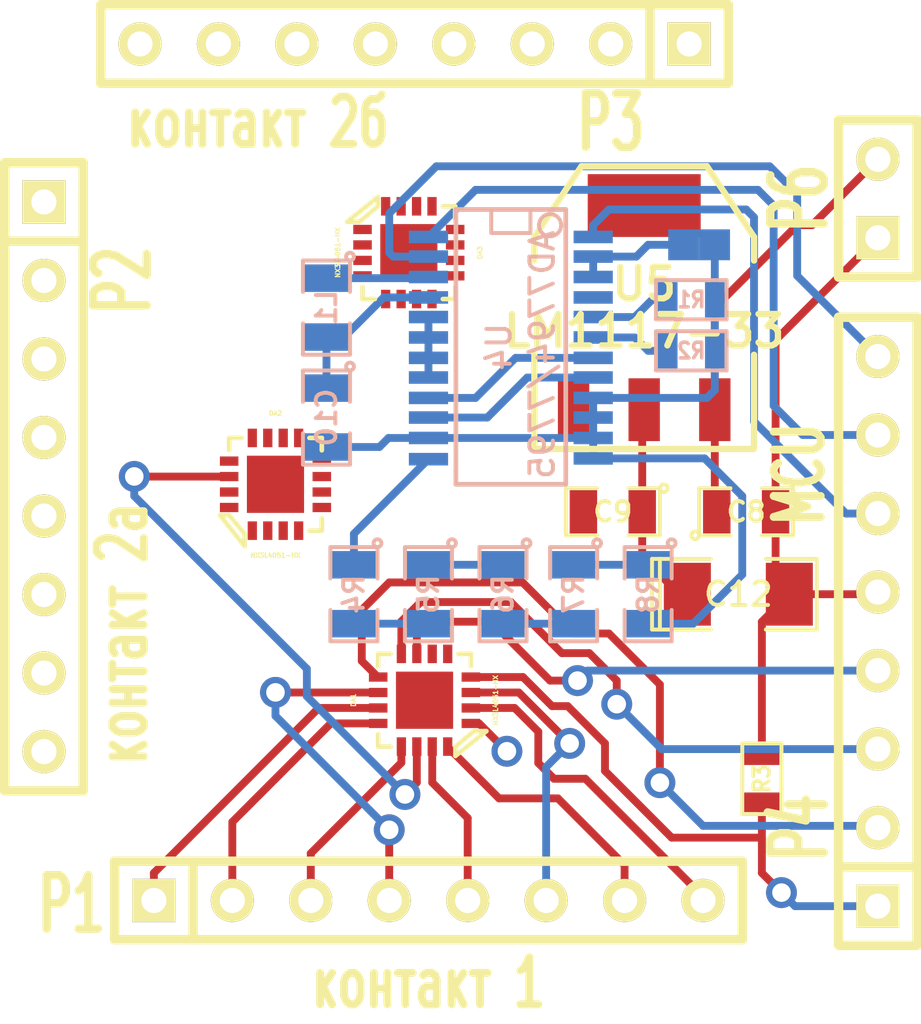
<source format=kicad_pcb>
(kicad_pcb (version 3) (host pcbnew "(2013-feb-26)-stable")

  (general
    (links 88)
    (no_connects 37)
    (area 0 0 0 0)
    (thickness 1.6)
    (drawings 0)
    (tracks 183)
    (zones 0)
    (modules 24)
    (nets 46)
  )

  (page A3)
  (layers
    (15 F.Cu signal)
    (0 B.Cu signal)
    (16 B.Adhes user)
    (17 F.Adhes user)
    (18 B.Paste user)
    (19 F.Paste user)
    (20 B.SilkS user)
    (21 F.SilkS user)
    (22 B.Mask user)
    (23 F.Mask user)
    (24 Dwgs.User user)
    (25 Cmts.User user)
    (26 Eco1.User user)
    (27 Eco2.User user)
    (28 Edge.Cuts user)
  )

  (setup
    (last_trace_width 0.254)
    (trace_clearance 0.1)
    (zone_clearance 0.508)
    (zone_45_only no)
    (trace_min 0.254)
    (segment_width 0.2)
    (edge_width 0.15)
    (via_size 1)
    (via_drill 0.6)
    (via_min_size 0.889)
    (via_min_drill 0.508)
    (uvia_size 0.508)
    (uvia_drill 0.127)
    (uvias_allowed no)
    (uvia_min_size 0.508)
    (uvia_min_drill 0.127)
    (pcb_text_width 0.3)
    (pcb_text_size 1 1)
    (mod_edge_width 0.15)
    (mod_text_size 1 1)
    (mod_text_width 0.15)
    (pad_size 1 1)
    (pad_drill 0)
    (pad_to_mask_clearance 0)
    (aux_axis_origin 0 0)
    (visible_elements FFFFFFBF)
    (pcbplotparams
      (layerselection 3178497)
      (usegerberextensions true)
      (excludeedgelayer true)
      (linewidth 152400)
      (plotframeref false)
      (viasonmask false)
      (mode 1)
      (useauxorigin false)
      (hpglpennumber 1)
      (hpglpenspeed 20)
      (hpglpendiameter 15)
      (hpglpenoverlay 2)
      (psnegative false)
      (psa4output false)
      (plotreference true)
      (plotvalue true)
      (plotothertext true)
      (plotinvisibletext false)
      (padsonsilk false)
      (subtractmaskfromsilk false)
      (outputformat 1)
      (mirror false)
      (drillshape 1)
      (scaleselection 1)
      (outputdirectory ""))
  )

  (net 0 "")
  (net 1 +3.3V)
  (net 2 /A0)
  (net 3 /A1)
  (net 4 /A2)
  (net 5 /EN)
  (net 6 /SC)
  (net 7 /SDI)
  (net 8 /SDO)
  (net 9 AGND)
  (net 10 DVDD)
  (net 11 GND)
  (net 12 N-000001)
  (net 13 N-0000010)
  (net 14 N-0000011)
  (net 15 N-0000012)
  (net 16 N-0000013)
  (net 17 N-0000014)
  (net 18 N-0000015)
  (net 19 N-0000016)
  (net 20 N-0000017)
  (net 21 N-0000018)
  (net 22 N-0000019)
  (net 23 N-000002)
  (net 24 N-0000020)
  (net 25 N-0000021)
  (net 26 N-0000022)
  (net 27 N-0000024)
  (net 28 N-0000025)
  (net 29 N-0000026)
  (net 30 N-0000027)
  (net 31 N-0000028)
  (net 32 N-0000029)
  (net 33 N-0000030)
  (net 34 N-0000031)
  (net 35 N-0000038)
  (net 36 N-000004)
  (net 37 N-0000040)
  (net 38 N-0000043)
  (net 39 N-0000044)
  (net 40 N-000005)
  (net 41 N-000006)
  (net 42 N-000007)
  (net 43 N-000008)
  (net 44 N-000009)
  (net 45 VDD)

  (net_class Default "This is the default net class."
    (clearance 0.1)
    (trace_width 0.254)
    (via_dia 1)
    (via_drill 0.6)
    (uvia_dia 0.508)
    (uvia_drill 0.127)
    (add_net "")
    (add_net +3.3V)
    (add_net /A0)
    (add_net /A1)
    (add_net /A2)
    (add_net /EN)
    (add_net /SC)
    (add_net /SDI)
    (add_net /SDO)
    (add_net AGND)
    (add_net DVDD)
    (add_net GND)
    (add_net N-000001)
    (add_net N-0000010)
    (add_net N-0000011)
    (add_net N-0000012)
    (add_net N-0000013)
    (add_net N-0000014)
    (add_net N-0000015)
    (add_net N-0000016)
    (add_net N-0000017)
    (add_net N-0000018)
    (add_net N-0000019)
    (add_net N-000002)
    (add_net N-0000020)
    (add_net N-0000021)
    (add_net N-0000022)
    (add_net N-0000024)
    (add_net N-0000025)
    (add_net N-0000026)
    (add_net N-0000027)
    (add_net N-0000028)
    (add_net N-0000029)
    (add_net N-0000030)
    (add_net N-0000031)
    (add_net N-0000038)
    (add_net N-000004)
    (add_net N-0000040)
    (add_net N-0000043)
    (add_net N-0000044)
    (add_net N-000005)
    (add_net N-000006)
    (add_net N-000007)
    (add_net N-000008)
    (add_net N-000009)
    (add_net VDD)
  )

  (module SSOP24 (layer B.Cu) (tedit 549ED184) (tstamp 547C002E)
    (at 47.117 42.799 270)
    (descr "SSOP 24 pins")
    (tags "CMS SSOP SMD")
    (path /524D62C1)
    (attr smd)
    (fp_text reference U4 (at 0 0.381 270) (layer B.SilkS)
      (effects (font (size 0.762 0.762) (thickness 0.127)) (justify mirror))
    )
    (fp_text value AD7794/7795 (at 0.254 -1.016 270) (layer B.SilkS)
      (effects (font (size 0.762 0.762) (thickness 0.127)) (justify mirror))
    )
    (fp_line (start -4.445 1.778) (end 4.445 1.778) (layer B.SilkS) (width 0.1524))
    (fp_line (start 4.445 1.778) (end 4.445 -1.778) (layer B.SilkS) (width 0.1524))
    (fp_line (start 4.445 -1.778) (end -4.445 -1.778) (layer B.SilkS) (width 0.1524))
    (fp_line (start -4.445 -1.778) (end -4.445 1.778) (layer B.SilkS) (width 0.1524))
    (fp_circle (center -3.937 -1.27) (end -4.191 -1.016) (layer B.SilkS) (width 0.127))
    (fp_line (start -4.445 0.635) (end -3.683 0.635) (layer B.SilkS) (width 0.127))
    (fp_line (start -3.683 0.635) (end -3.683 -0.635) (layer B.SilkS) (width 0.127))
    (fp_line (start -3.683 -0.635) (end -4.445 -0.635) (layer B.SilkS) (width 0.127))
    (pad 1 smd rect (at -3.556 -2.667 270) (size 0.4064 1.27)
      (layers B.Cu B.Paste B.Mask)
      (net 6 /SC)
    )
    (pad 2 smd rect (at -2.921 -2.667 270) (size 0.4064 1.27)
      (layers B.Cu B.Paste B.Mask)
      (net 11 GND)
    )
    (pad 3 smd rect (at -2.2606 -2.667 270) (size 0.4064 1.27)
      (layers B.Cu B.Paste B.Mask)
      (net 11 GND)
    )
    (pad 4 smd rect (at -1.6002 -2.667 270) (size 0.4064 1.27)
      (layers B.Cu B.Paste B.Mask)
    )
    (pad 5 smd rect (at -0.9652 -2.667 270) (size 0.4064 1.27)
      (layers B.Cu B.Paste B.Mask)
      (net 39 N-0000044)
    )
    (pad 6 smd rect (at -0.3048 -2.667 270) (size 0.4064 1.27)
      (layers B.Cu B.Paste B.Mask)
      (net 38 N-0000043)
    )
    (pad 7 smd rect (at 0.3556 -2.667 270) (size 0.4064 1.27)
      (layers B.Cu B.Paste B.Mask)
      (net 12 N-000001)
    )
    (pad 8 smd rect (at 0.9906 -2.667 270) (size 0.4064 1.27)
      (layers B.Cu B.Paste B.Mask)
      (net 37 N-0000040)
    )
    (pad 9 smd rect (at 1.651 -2.667 270) (size 0.4064 1.27)
      (layers B.Cu B.Paste B.Mask)
      (net 9 AGND)
    )
    (pad 10 smd rect (at 2.286 -2.667 270) (size 0.4064 1.27)
      (layers B.Cu B.Paste B.Mask)
      (net 9 AGND)
    )
    (pad 11 smd rect (at 2.9464 -2.667 270) (size 0.4064 1.27)
      (layers B.Cu B.Paste B.Mask)
      (net 9 AGND)
    )
    (pad 12 smd rect (at 3.6068 -2.667 270) (size 0.4064 1.27)
      (layers B.Cu B.Paste B.Mask)
      (net 9 AGND)
    )
    (pad 13 smd rect (at 3.6322 2.667 270) (size 0.4064 1.27)
      (layers B.Cu B.Paste B.Mask)
      (net 35 N-0000038)
    )
    (pad 14 smd rect (at 2.9464 2.667 270) (size 0.4064 1.27)
      (layers B.Cu B.Paste B.Mask)
      (net 9 AGND)
    )
    (pad 15 smd rect (at 2.286 2.667 270) (size 0.4064 1.27)
      (layers B.Cu B.Paste B.Mask)
      (net 37 N-0000040)
    )
    (pad 16 smd rect (at 1.651 2.667 270) (size 0.4064 1.27)
      (layers B.Cu B.Paste B.Mask)
      (net 12 N-000001)
    )
    (pad 17 smd rect (at 0.9906 2.667 270) (size 0.4064 1.27)
      (layers B.Cu B.Paste B.Mask)
      (net 9 AGND)
    )
    (pad 18 smd rect (at 0.3556 2.667 270) (size 0.4064 1.27)
      (layers B.Cu B.Paste B.Mask)
      (net 9 AGND)
    )
    (pad 19 smd rect (at -0.3048 2.667 270) (size 0.4064 1.27)
      (layers B.Cu B.Paste B.Mask)
      (net 9 AGND)
    )
    (pad 20 smd rect (at -0.9652 2.667 270) (size 0.4064 1.27)
      (layers B.Cu B.Paste B.Mask)
      (net 9 AGND)
    )
    (pad 21 smd rect (at -1.6002 2.667 270) (size 0.4064 1.27)
      (layers B.Cu B.Paste B.Mask)
      (net 1 +3.3V)
    )
    (pad 22 smd rect (at -2.2606 2.667 270) (size 0.4064 1.27)
      (layers B.Cu B.Paste B.Mask)
      (net 45 VDD)
    )
    (pad 23 smd rect (at -2.921 2.667 270) (size 0.4064 1.27)
      (layers B.Cu B.Paste B.Mask)
      (net 7 /SDI)
    )
    (pad 24 smd rect (at -3.556 2.667 270) (size 0.4064 1.27)
      (layers B.Cu B.Paste B.Mask)
      (net 8 /SDO)
    )
    (model smd/cms_soj24.wrl
      (at (xyz 0 0 0))
      (scale (xyz 0.256 0.35 0.25))
      (rotate (xyz 0 0 0))
    )
  )

  (module SOT223 (layer F.Cu) (tedit 200000) (tstamp 547C003E)
    (at 51.435 41.529)
    (descr "module CMS SOT223 4 pins")
    (tags "CMS SOT")
    (path /535787B7)
    (attr smd)
    (fp_text reference U5 (at 0 -0.762) (layer F.SilkS)
      (effects (font (size 1.016 1.016) (thickness 0.2032)))
    )
    (fp_text value LM1117-33 (at 0 0.762) (layer F.SilkS)
      (effects (font (size 1.016 1.016) (thickness 0.2032)))
    )
    (fp_line (start -3.556 1.524) (end -3.556 4.572) (layer F.SilkS) (width 0.2032))
    (fp_line (start -3.556 4.572) (end 3.556 4.572) (layer F.SilkS) (width 0.2032))
    (fp_line (start 3.556 4.572) (end 3.556 1.524) (layer F.SilkS) (width 0.2032))
    (fp_line (start -3.556 -1.524) (end -3.556 -2.286) (layer F.SilkS) (width 0.2032))
    (fp_line (start -3.556 -2.286) (end -2.032 -4.572) (layer F.SilkS) (width 0.2032))
    (fp_line (start -2.032 -4.572) (end 2.032 -4.572) (layer F.SilkS) (width 0.2032))
    (fp_line (start 2.032 -4.572) (end 3.556 -2.286) (layer F.SilkS) (width 0.2032))
    (fp_line (start 3.556 -2.286) (end 3.556 -1.524) (layer F.SilkS) (width 0.2032))
    (pad 4 smd rect (at 0 -3.302) (size 3.6576 2.032)
      (layers F.Cu F.Paste F.Mask)
    )
    (pad 2 smd rect (at 0 3.302) (size 1.016 2.032)
      (layers F.Cu F.Paste F.Mask)
      (net 45 VDD)
    )
    (pad 3 smd rect (at 2.286 3.302) (size 1.016 2.032)
      (layers F.Cu F.Paste F.Mask)
      (net 10 DVDD)
    )
    (pad 1 smd rect (at -2.286 3.302) (size 1.016 2.032)
      (layers F.Cu F.Paste F.Mask)
      (net 11 GND)
    )
    (model smd/SOT223.wrl
      (at (xyz 0 0 0))
      (scale (xyz 0.4 0.4 0.4))
      (rotate (xyz 0 0 0))
    )
  )

  (module SM1206POL (layer F.Cu) (tedit 42806E4C) (tstamp 547C004D)
    (at 54.483 50.8)
    (path /5357750C)
    (attr smd)
    (fp_text reference C12 (at 0 0) (layer F.SilkS)
      (effects (font (size 0.762 0.762) (thickness 0.127)))
    )
    (fp_text value 47u (at 0 0) (layer F.SilkS) hide
      (effects (font (size 0.762 0.762) (thickness 0.127)))
    )
    (fp_line (start -2.54 -1.143) (end -2.794 -1.143) (layer F.SilkS) (width 0.127))
    (fp_line (start -2.794 -1.143) (end -2.794 1.143) (layer F.SilkS) (width 0.127))
    (fp_line (start -2.794 1.143) (end -2.54 1.143) (layer F.SilkS) (width 0.127))
    (fp_line (start -2.54 -1.143) (end -2.54 1.143) (layer F.SilkS) (width 0.127))
    (fp_line (start -2.54 1.143) (end -0.889 1.143) (layer F.SilkS) (width 0.127))
    (fp_line (start 0.889 -1.143) (end 2.54 -1.143) (layer F.SilkS) (width 0.127))
    (fp_line (start 2.54 -1.143) (end 2.54 1.143) (layer F.SilkS) (width 0.127))
    (fp_line (start 2.54 1.143) (end 0.889 1.143) (layer F.SilkS) (width 0.127))
    (fp_line (start -0.889 -1.143) (end -2.54 -1.143) (layer F.SilkS) (width 0.127))
    (pad 1 smd rect (at -1.651 0) (size 1.524 2.032)
      (layers F.Cu F.Paste F.Mask)
      (net 45 VDD)
    )
    (pad 2 smd rect (at 1.651 0) (size 1.524 2.032)
      (layers F.Cu F.Paste F.Mask)
      (net 11 GND)
    )
    (model smd/chip_cms_pol.wrl
      (at (xyz 0 0 0))
      (scale (xyz 0.17 0.16 0.16))
      (rotate (xyz 0 0 0))
    )
  )

  (module SM0805 (layer B.Cu) (tedit 42806E04) (tstamp 547C005A)
    (at 51.562 50.8 270)
    (path /547C0DF0)
    (attr smd)
    (fp_text reference R8 (at 0 0 270) (layer B.SilkS)
      (effects (font (size 0.635 0.635) (thickness 0.127)) (justify mirror))
    )
    (fp_text value "1k 0.1% (RT0805BRB071KL)" (at 0 0 270) (layer B.SilkS) hide
      (effects (font (size 0.635 0.635) (thickness 0.127)) (justify mirror))
    )
    (fp_circle (center -1.651 -0.762) (end -1.651 -0.635) (layer B.SilkS) (width 0.127))
    (fp_line (start -0.508 -0.762) (end -1.524 -0.762) (layer B.SilkS) (width 0.127))
    (fp_line (start -1.524 -0.762) (end -1.524 0.762) (layer B.SilkS) (width 0.127))
    (fp_line (start -1.524 0.762) (end -0.508 0.762) (layer B.SilkS) (width 0.127))
    (fp_line (start 0.508 0.762) (end 1.524 0.762) (layer B.SilkS) (width 0.127))
    (fp_line (start 1.524 0.762) (end 1.524 -0.762) (layer B.SilkS) (width 0.127))
    (fp_line (start 1.524 -0.762) (end 0.508 -0.762) (layer B.SilkS) (width 0.127))
    (pad 1 smd rect (at -0.9525 0 270) (size 0.889 1.397)
      (layers B.Cu B.Paste B.Mask)
      (net 34 N-0000031)
    )
    (pad 2 smd rect (at 0.9525 0 270) (size 0.889 1.397)
      (layers B.Cu B.Paste B.Mask)
      (net 9 AGND)
    )
    (model smd/chip_cms.wrl
      (at (xyz 0 0 0))
      (scale (xyz 0.1 0.1 0.1))
      (rotate (xyz 0 0 0))
    )
  )

  (module SM0805 (layer B.Cu) (tedit 42806E04) (tstamp 547C0067)
    (at 49.149 50.8 270)
    (path /547C0DEA)
    (attr smd)
    (fp_text reference R7 (at 0 0 270) (layer B.SilkS)
      (effects (font (size 0.635 0.635) (thickness 0.127)) (justify mirror))
    )
    (fp_text value "1k 0.1% (RT0805BRB071KL)" (at 0 0 270) (layer B.SilkS) hide
      (effects (font (size 0.635 0.635) (thickness 0.127)) (justify mirror))
    )
    (fp_circle (center -1.651 -0.762) (end -1.651 -0.635) (layer B.SilkS) (width 0.127))
    (fp_line (start -0.508 -0.762) (end -1.524 -0.762) (layer B.SilkS) (width 0.127))
    (fp_line (start -1.524 -0.762) (end -1.524 0.762) (layer B.SilkS) (width 0.127))
    (fp_line (start -1.524 0.762) (end -0.508 0.762) (layer B.SilkS) (width 0.127))
    (fp_line (start 0.508 0.762) (end 1.524 0.762) (layer B.SilkS) (width 0.127))
    (fp_line (start 1.524 0.762) (end 1.524 -0.762) (layer B.SilkS) (width 0.127))
    (fp_line (start 1.524 -0.762) (end 0.508 -0.762) (layer B.SilkS) (width 0.127))
    (pad 1 smd rect (at -0.9525 0 270) (size 0.889 1.397)
      (layers B.Cu B.Paste B.Mask)
      (net 34 N-0000031)
    )
    (pad 2 smd rect (at 0.9525 0 270) (size 0.889 1.397)
      (layers B.Cu B.Paste B.Mask)
      (net 32 N-0000029)
    )
    (model smd/chip_cms.wrl
      (at (xyz 0 0 0))
      (scale (xyz 0.1 0.1 0.1))
      (rotate (xyz 0 0 0))
    )
  )

  (module SM0805 (layer B.Cu) (tedit 42806E04) (tstamp 547C0074)
    (at 46.863 50.8 270)
    (path /547C0DE4)
    (attr smd)
    (fp_text reference R6 (at 0 0 270) (layer B.SilkS)
      (effects (font (size 0.635 0.635) (thickness 0.127)) (justify mirror))
    )
    (fp_text value "1k 0.1% (RT0805BRB071KL)" (at 0 0 270) (layer B.SilkS) hide
      (effects (font (size 0.635 0.635) (thickness 0.127)) (justify mirror))
    )
    (fp_circle (center -1.651 -0.762) (end -1.651 -0.635) (layer B.SilkS) (width 0.127))
    (fp_line (start -0.508 -0.762) (end -1.524 -0.762) (layer B.SilkS) (width 0.127))
    (fp_line (start -1.524 -0.762) (end -1.524 0.762) (layer B.SilkS) (width 0.127))
    (fp_line (start -1.524 0.762) (end -0.508 0.762) (layer B.SilkS) (width 0.127))
    (fp_line (start 0.508 0.762) (end 1.524 0.762) (layer B.SilkS) (width 0.127))
    (fp_line (start 1.524 0.762) (end 1.524 -0.762) (layer B.SilkS) (width 0.127))
    (fp_line (start 1.524 -0.762) (end 0.508 -0.762) (layer B.SilkS) (width 0.127))
    (pad 1 smd rect (at -0.9525 0 270) (size 0.889 1.397)
      (layers B.Cu B.Paste B.Mask)
      (net 33 N-0000030)
    )
    (pad 2 smd rect (at 0.9525 0 270) (size 0.889 1.397)
      (layers B.Cu B.Paste B.Mask)
      (net 32 N-0000029)
    )
    (model smd/chip_cms.wrl
      (at (xyz 0 0 0))
      (scale (xyz 0.1 0.1 0.1))
      (rotate (xyz 0 0 0))
    )
  )

  (module SM0805 (layer B.Cu) (tedit 42806E04) (tstamp 547C0081)
    (at 44.45 50.8 270)
    (path /547C0DD9)
    (attr smd)
    (fp_text reference R5 (at 0 0 270) (layer B.SilkS)
      (effects (font (size 0.635 0.635) (thickness 0.127)) (justify mirror))
    )
    (fp_text value "1k 0.1% (RT0805BRB071KL)" (at 0 0 270) (layer B.SilkS) hide
      (effects (font (size 0.635 0.635) (thickness 0.127)) (justify mirror))
    )
    (fp_circle (center -1.651 -0.762) (end -1.651 -0.635) (layer B.SilkS) (width 0.127))
    (fp_line (start -0.508 -0.762) (end -1.524 -0.762) (layer B.SilkS) (width 0.127))
    (fp_line (start -1.524 -0.762) (end -1.524 0.762) (layer B.SilkS) (width 0.127))
    (fp_line (start -1.524 0.762) (end -0.508 0.762) (layer B.SilkS) (width 0.127))
    (fp_line (start 0.508 0.762) (end 1.524 0.762) (layer B.SilkS) (width 0.127))
    (fp_line (start 1.524 0.762) (end 1.524 -0.762) (layer B.SilkS) (width 0.127))
    (fp_line (start 1.524 -0.762) (end 0.508 -0.762) (layer B.SilkS) (width 0.127))
    (pad 1 smd rect (at -0.9525 0 270) (size 0.889 1.397)
      (layers B.Cu B.Paste B.Mask)
      (net 33 N-0000030)
    )
    (pad 2 smd rect (at 0.9525 0 270) (size 0.889 1.397)
      (layers B.Cu B.Paste B.Mask)
      (net 31 N-0000028)
    )
    (model smd/chip_cms.wrl
      (at (xyz 0 0 0))
      (scale (xyz 0.1 0.1 0.1))
      (rotate (xyz 0 0 0))
    )
  )

  (module SM0805 (layer B.Cu) (tedit 42806E04) (tstamp 547C008E)
    (at 41.148 45.085 270)
    (path /5357821E)
    (attr smd)
    (fp_text reference C10 (at 0 0 270) (layer B.SilkS)
      (effects (font (size 0.635 0.635) (thickness 0.127)) (justify mirror))
    )
    (fp_text value 1u (at 0 0 270) (layer B.SilkS) hide
      (effects (font (size 0.635 0.635) (thickness 0.127)) (justify mirror))
    )
    (fp_circle (center -1.651 -0.762) (end -1.651 -0.635) (layer B.SilkS) (width 0.127))
    (fp_line (start -0.508 -0.762) (end -1.524 -0.762) (layer B.SilkS) (width 0.127))
    (fp_line (start -1.524 -0.762) (end -1.524 0.762) (layer B.SilkS) (width 0.127))
    (fp_line (start -1.524 0.762) (end -0.508 0.762) (layer B.SilkS) (width 0.127))
    (fp_line (start 0.508 0.762) (end 1.524 0.762) (layer B.SilkS) (width 0.127))
    (fp_line (start 1.524 0.762) (end 1.524 -0.762) (layer B.SilkS) (width 0.127))
    (fp_line (start 1.524 -0.762) (end 0.508 -0.762) (layer B.SilkS) (width 0.127))
    (pad 1 smd rect (at -0.9525 0 270) (size 0.889 1.397)
      (layers B.Cu B.Paste B.Mask)
      (net 1 +3.3V)
    )
    (pad 2 smd rect (at 0.9525 0 270) (size 0.889 1.397)
      (layers B.Cu B.Paste B.Mask)
      (net 9 AGND)
    )
    (model smd/chip_cms.wrl
      (at (xyz 0 0 0))
      (scale (xyz 0.1 0.1 0.1))
      (rotate (xyz 0 0 0))
    )
  )

  (module SM0805 (layer F.Cu) (tedit 42806E04) (tstamp 547C009B)
    (at 54.737 48.133)
    (path /53576FC3)
    (attr smd)
    (fp_text reference C8 (at 0 0) (layer F.SilkS)
      (effects (font (size 0.635 0.635) (thickness 0.127)))
    )
    (fp_text value 0.33u (at 0 0) (layer F.SilkS) hide
      (effects (font (size 0.635 0.635) (thickness 0.127)))
    )
    (fp_circle (center -1.651 0.762) (end -1.651 0.635) (layer F.SilkS) (width 0.127))
    (fp_line (start -0.508 0.762) (end -1.524 0.762) (layer F.SilkS) (width 0.127))
    (fp_line (start -1.524 0.762) (end -1.524 -0.762) (layer F.SilkS) (width 0.127))
    (fp_line (start -1.524 -0.762) (end -0.508 -0.762) (layer F.SilkS) (width 0.127))
    (fp_line (start 0.508 -0.762) (end 1.524 -0.762) (layer F.SilkS) (width 0.127))
    (fp_line (start 1.524 -0.762) (end 1.524 0.762) (layer F.SilkS) (width 0.127))
    (fp_line (start 1.524 0.762) (end 0.508 0.762) (layer F.SilkS) (width 0.127))
    (pad 1 smd rect (at -0.9525 0) (size 0.889 1.397)
      (layers F.Cu F.Paste F.Mask)
      (net 10 DVDD)
    )
    (pad 2 smd rect (at 0.9525 0) (size 0.889 1.397)
      (layers F.Cu F.Paste F.Mask)
      (net 11 GND)
    )
    (model smd/chip_cms.wrl
      (at (xyz 0 0 0))
      (scale (xyz 0.1 0.1 0.1))
      (rotate (xyz 0 0 0))
    )
  )

  (module SM0805 (layer F.Cu) (tedit 42806E04) (tstamp 547C00A8)
    (at 50.419 48.133 180)
    (path /53576FB6)
    (attr smd)
    (fp_text reference C9 (at 0 0 180) (layer F.SilkS)
      (effects (font (size 0.635 0.635) (thickness 0.127)))
    )
    (fp_text value 0.1u (at 0 0 180) (layer F.SilkS) hide
      (effects (font (size 0.635 0.635) (thickness 0.127)))
    )
    (fp_circle (center -1.651 0.762) (end -1.651 0.635) (layer F.SilkS) (width 0.127))
    (fp_line (start -0.508 0.762) (end -1.524 0.762) (layer F.SilkS) (width 0.127))
    (fp_line (start -1.524 0.762) (end -1.524 -0.762) (layer F.SilkS) (width 0.127))
    (fp_line (start -1.524 -0.762) (end -0.508 -0.762) (layer F.SilkS) (width 0.127))
    (fp_line (start 0.508 -0.762) (end 1.524 -0.762) (layer F.SilkS) (width 0.127))
    (fp_line (start 1.524 -0.762) (end 1.524 0.762) (layer F.SilkS) (width 0.127))
    (fp_line (start 1.524 0.762) (end 0.508 0.762) (layer F.SilkS) (width 0.127))
    (pad 1 smd rect (at -0.9525 0 180) (size 0.889 1.397)
      (layers F.Cu F.Paste F.Mask)
      (net 45 VDD)
    )
    (pad 2 smd rect (at 0.9525 0 180) (size 0.889 1.397)
      (layers F.Cu F.Paste F.Mask)
      (net 11 GND)
    )
    (model smd/chip_cms.wrl
      (at (xyz 0 0 0))
      (scale (xyz 0.1 0.1 0.1))
      (rotate (xyz 0 0 0))
    )
  )

  (module SM0805 (layer B.Cu) (tedit 42806E04) (tstamp 547C00B5)
    (at 41.148 41.529 270)
    (path /53577523)
    (attr smd)
    (fp_text reference L1 (at 0 0 270) (layer B.SilkS)
      (effects (font (size 0.635 0.635) (thickness 0.127)) (justify mirror))
    )
    (fp_text value BMB2A0300AN1 (at 0 0 270) (layer B.SilkS) hide
      (effects (font (size 0.635 0.635) (thickness 0.127)) (justify mirror))
    )
    (fp_circle (center -1.651 -0.762) (end -1.651 -0.635) (layer B.SilkS) (width 0.127))
    (fp_line (start -0.508 -0.762) (end -1.524 -0.762) (layer B.SilkS) (width 0.127))
    (fp_line (start -1.524 -0.762) (end -1.524 0.762) (layer B.SilkS) (width 0.127))
    (fp_line (start -1.524 0.762) (end -0.508 0.762) (layer B.SilkS) (width 0.127))
    (fp_line (start 0.508 0.762) (end 1.524 0.762) (layer B.SilkS) (width 0.127))
    (fp_line (start 1.524 0.762) (end 1.524 -0.762) (layer B.SilkS) (width 0.127))
    (fp_line (start 1.524 -0.762) (end 0.508 -0.762) (layer B.SilkS) (width 0.127))
    (pad 1 smd rect (at -0.9525 0 270) (size 0.889 1.397)
      (layers B.Cu B.Paste B.Mask)
      (net 45 VDD)
    )
    (pad 2 smd rect (at 0.9525 0 270) (size 0.889 1.397)
      (layers B.Cu B.Paste B.Mask)
      (net 1 +3.3V)
    )
    (model smd/chip_cms.wrl
      (at (xyz 0 0 0))
      (scale (xyz 0.1 0.1 0.1))
      (rotate (xyz 0 0 0))
    )
  )

  (module SM0805 (layer B.Cu) (tedit 42806E04) (tstamp 547C00C2)
    (at 42.037 50.8 270)
    (path /53562118)
    (attr smd)
    (fp_text reference R4 (at 0 0 270) (layer B.SilkS)
      (effects (font (size 0.635 0.635) (thickness 0.127)) (justify mirror))
    )
    (fp_text value "1k 0.1% (RT0805BRB071KL)" (at 0 0 270) (layer B.SilkS) hide
      (effects (font (size 0.635 0.635) (thickness 0.127)) (justify mirror))
    )
    (fp_circle (center -1.651 -0.762) (end -1.651 -0.635) (layer B.SilkS) (width 0.127))
    (fp_line (start -0.508 -0.762) (end -1.524 -0.762) (layer B.SilkS) (width 0.127))
    (fp_line (start -1.524 -0.762) (end -1.524 0.762) (layer B.SilkS) (width 0.127))
    (fp_line (start -1.524 0.762) (end -0.508 0.762) (layer B.SilkS) (width 0.127))
    (fp_line (start 0.508 0.762) (end 1.524 0.762) (layer B.SilkS) (width 0.127))
    (fp_line (start 1.524 0.762) (end 1.524 -0.762) (layer B.SilkS) (width 0.127))
    (fp_line (start 1.524 -0.762) (end 0.508 -0.762) (layer B.SilkS) (width 0.127))
    (pad 1 smd rect (at -0.9525 0 270) (size 0.889 1.397)
      (layers B.Cu B.Paste B.Mask)
      (net 35 N-0000038)
    )
    (pad 2 smd rect (at 0.9525 0 270) (size 0.889 1.397)
      (layers B.Cu B.Paste B.Mask)
      (net 31 N-0000028)
    )
    (model smd/chip_cms.wrl
      (at (xyz 0 0 0))
      (scale (xyz 0.1 0.1 0.1))
      (rotate (xyz 0 0 0))
    )
  )

  (module SM0603 (layer B.Cu) (tedit 4E43A3D1) (tstamp 547C00CC)
    (at 52.959 42.926)
    (path /535793A8)
    (attr smd)
    (fp_text reference R2 (at 0 0) (layer B.SilkS)
      (effects (font (size 0.508 0.4572) (thickness 0.1143)) (justify mirror))
    )
    (fp_text value 10k (at 0 0) (layer B.SilkS) hide
      (effects (font (size 0.508 0.4572) (thickness 0.1143)) (justify mirror))
    )
    (fp_line (start -1.143 0.635) (end 1.143 0.635) (layer B.SilkS) (width 0.127))
    (fp_line (start 1.143 0.635) (end 1.143 -0.635) (layer B.SilkS) (width 0.127))
    (fp_line (start 1.143 -0.635) (end -1.143 -0.635) (layer B.SilkS) (width 0.127))
    (fp_line (start -1.143 -0.635) (end -1.143 0.635) (layer B.SilkS) (width 0.127))
    (pad 1 smd rect (at -0.762 0) (size 0.635 1.143)
      (layers B.Cu B.Paste B.Mask)
      (net 38 N-0000043)
    )
    (pad 2 smd rect (at 0.762 0) (size 0.635 1.143)
      (layers B.Cu B.Paste B.Mask)
      (net 9 AGND)
    )
    (model smd\resistors\R0603.wrl
      (at (xyz 0 0 0.001))
      (scale (xyz 0.5 0.5 0.5))
      (rotate (xyz 0 0 0))
    )
  )

  (module SM0603 (layer F.Cu) (tedit 4E43A3D1) (tstamp 547C00D6)
    (at 55.245 56.769 90)
    (path /5357C8F8)
    (attr smd)
    (fp_text reference R3 (at 0 0 90) (layer F.SilkS)
      (effects (font (size 0.508 0.4572) (thickness 0.1143)))
    )
    (fp_text value 47k (at 0 0 90) (layer F.SilkS) hide
      (effects (font (size 0.508 0.4572) (thickness 0.1143)))
    )
    (fp_line (start -1.143 -0.635) (end 1.143 -0.635) (layer F.SilkS) (width 0.127))
    (fp_line (start 1.143 -0.635) (end 1.143 0.635) (layer F.SilkS) (width 0.127))
    (fp_line (start 1.143 0.635) (end -1.143 0.635) (layer F.SilkS) (width 0.127))
    (fp_line (start -1.143 0.635) (end -1.143 -0.635) (layer F.SilkS) (width 0.127))
    (pad 1 smd rect (at -0.762 0 90) (size 0.635 1.143)
      (layers F.Cu F.Paste F.Mask)
      (net 5 /EN)
    )
    (pad 2 smd rect (at 0.762 0 90) (size 0.635 1.143)
      (layers F.Cu F.Paste F.Mask)
      (net 11 GND)
    )
    (model smd\resistors\R0603.wrl
      (at (xyz 0 0 0.001))
      (scale (xyz 0.5 0.5 0.5))
      (rotate (xyz 0 0 0))
    )
  )

  (module SM0603 (layer B.Cu) (tedit 4E43A3D1) (tstamp 547C00E0)
    (at 52.959 41.275)
    (path /53579396)
    (attr smd)
    (fp_text reference R1 (at 0 0) (layer B.SilkS)
      (effects (font (size 0.508 0.4572) (thickness 0.1143)) (justify mirror))
    )
    (fp_text value 10k (at 0 0) (layer B.SilkS) hide
      (effects (font (size 0.508 0.4572) (thickness 0.1143)) (justify mirror))
    )
    (fp_line (start -1.143 0.635) (end 1.143 0.635) (layer B.SilkS) (width 0.127))
    (fp_line (start 1.143 0.635) (end 1.143 -0.635) (layer B.SilkS) (width 0.127))
    (fp_line (start 1.143 -0.635) (end -1.143 -0.635) (layer B.SilkS) (width 0.127))
    (fp_line (start -1.143 -0.635) (end -1.143 0.635) (layer B.SilkS) (width 0.127))
    (pad 1 smd rect (at -0.762 0) (size 0.635 1.143)
      (layers B.Cu B.Paste B.Mask)
      (net 39 N-0000044)
    )
    (pad 2 smd rect (at 0.762 0) (size 0.635 1.143)
      (layers B.Cu B.Paste B.Mask)
      (net 9 AGND)
    )
    (model smd\resistors\R0603.wrl
      (at (xyz 0 0 0.001))
      (scale (xyz 0.5 0.5 0.5))
      (rotate (xyz 0 0 0))
    )
  )

  (module SIL-8 (layer F.Cu) (tedit 547C0D1A) (tstamp 547C00F1)
    (at 44.45 60.706)
    (descr "Connecteur 8 pins")
    (tags "CONN DEV")
    (path /53579853)
    (fp_text reference P1 (at -11.557 0.127) (layer F.SilkS)
      (effects (font (size 1.72974 1.08712) (thickness 0.3048)))
    )
    (fp_text value "контакт 1" (at 0 2.667) (layer F.SilkS)
      (effects (font (size 1.524 1.016) (thickness 0.3048)))
    )
    (fp_line (start -10.16 -1.27) (end 10.16 -1.27) (layer F.SilkS) (width 0.3048))
    (fp_line (start 10.16 -1.27) (end 10.16 1.27) (layer F.SilkS) (width 0.3048))
    (fp_line (start 10.16 1.27) (end -10.16 1.27) (layer F.SilkS) (width 0.3048))
    (fp_line (start -10.16 1.27) (end -10.16 -1.27) (layer F.SilkS) (width 0.3048))
    (fp_line (start -7.62 1.27) (end -7.62 -1.27) (layer F.SilkS) (width 0.3048))
    (pad 1 thru_hole rect (at -8.89 0) (size 1.397 1.397) (drill 0.8128)
      (layers *.Cu *.Mask F.SilkS)
      (net 27 N-0000024)
    )
    (pad 2 thru_hole circle (at -6.35 0) (size 1.397 1.397) (drill 0.8128)
      (layers *.Cu *.Mask F.SilkS)
      (net 17 N-0000014)
    )
    (pad 3 thru_hole circle (at -3.81 0) (size 1.397 1.397) (drill 0.8128)
      (layers *.Cu *.Mask F.SilkS)
      (net 43 N-000008)
    )
    (pad 4 thru_hole circle (at -1.27 0) (size 1.397 1.397) (drill 0.8128)
      (layers *.Cu *.Mask F.SilkS)
      (net 28 N-0000025)
    )
    (pad 5 thru_hole circle (at 1.27 0) (size 1.397 1.397) (drill 0.8128)
      (layers *.Cu *.Mask F.SilkS)
      (net 42 N-000007)
    )
    (pad 6 thru_hole circle (at 3.81 0) (size 1.397 1.397) (drill 0.8128)
      (layers *.Cu *.Mask F.SilkS)
      (net 29 N-0000026)
    )
    (pad 7 thru_hole circle (at 6.35 0) (size 1.397 1.397) (drill 0.8128)
      (layers *.Cu *.Mask F.SilkS)
      (net 41 N-000006)
    )
    (pad 8 thru_hole circle (at 8.89 0) (size 1.397 1.397) (drill 0.8128)
      (layers *.Cu *.Mask F.SilkS)
      (net 30 N-0000027)
    )
  )

  (module SIL-8 (layer F.Cu) (tedit 200000) (tstamp 547C0102)
    (at 59 52 90)
    (descr "Connecteur 8 pins")
    (tags "CONN DEV")
    (path /5357BA72)
    (fp_text reference P4 (at -6.35 -2.54 90) (layer F.SilkS)
      (effects (font (size 1.72974 1.08712) (thickness 0.3048)))
    )
    (fp_text value MCU (at 5.08 -2.54 90) (layer F.SilkS)
      (effects (font (size 1.524 1.016) (thickness 0.3048)))
    )
    (fp_line (start -10.16 -1.27) (end 10.16 -1.27) (layer F.SilkS) (width 0.3048))
    (fp_line (start 10.16 -1.27) (end 10.16 1.27) (layer F.SilkS) (width 0.3048))
    (fp_line (start 10.16 1.27) (end -10.16 1.27) (layer F.SilkS) (width 0.3048))
    (fp_line (start -10.16 1.27) (end -10.16 -1.27) (layer F.SilkS) (width 0.3048))
    (fp_line (start -7.62 1.27) (end -7.62 -1.27) (layer F.SilkS) (width 0.3048))
    (pad 1 thru_hole rect (at -8.89 0 90) (size 1.397 1.397) (drill 0.8128)
      (layers *.Cu *.Mask F.SilkS)
      (net 5 /EN)
    )
    (pad 2 thru_hole circle (at -6.35 0 90) (size 1.397 1.397) (drill 0.8128)
      (layers *.Cu *.Mask F.SilkS)
      (net 2 /A0)
    )
    (pad 3 thru_hole circle (at -3.81 0 90) (size 1.397 1.397) (drill 0.8128)
      (layers *.Cu *.Mask F.SilkS)
      (net 3 /A1)
    )
    (pad 4 thru_hole circle (at -1.27 0 90) (size 1.397 1.397) (drill 0.8128)
      (layers *.Cu *.Mask F.SilkS)
      (net 4 /A2)
    )
    (pad 5 thru_hole circle (at 1.27 0 90) (size 1.397 1.397) (drill 0.8128)
      (layers *.Cu *.Mask F.SilkS)
      (net 11 GND)
    )
    (pad 6 thru_hole circle (at 3.81 0 90) (size 1.397 1.397) (drill 0.8128)
      (layers *.Cu *.Mask F.SilkS)
      (net 6 /SC)
    )
    (pad 7 thru_hole circle (at 6.35 0 90) (size 1.397 1.397) (drill 0.8128)
      (layers *.Cu *.Mask F.SilkS)
      (net 8 /SDO)
    )
    (pad 8 thru_hole circle (at 8.89 0 90) (size 1.397 1.397) (drill 0.8128)
      (layers *.Cu *.Mask F.SilkS)
      (net 7 /SDI)
    )
  )

  (module SIL-8 (layer F.Cu) (tedit 200000) (tstamp 547C0113)
    (at 32 47 270)
    (descr "Connecteur 8 pins")
    (tags "CONN DEV")
    (path /5475974D)
    (fp_text reference P2 (at -6.35 -2.54 270) (layer F.SilkS)
      (effects (font (size 1.72974 1.08712) (thickness 0.3048)))
    )
    (fp_text value "контакт 2a" (at 5.08 -2.54 270) (layer F.SilkS)
      (effects (font (size 1.524 1.016) (thickness 0.3048)))
    )
    (fp_line (start -10.16 -1.27) (end 10.16 -1.27) (layer F.SilkS) (width 0.3048))
    (fp_line (start 10.16 -1.27) (end 10.16 1.27) (layer F.SilkS) (width 0.3048))
    (fp_line (start 10.16 1.27) (end -10.16 1.27) (layer F.SilkS) (width 0.3048))
    (fp_line (start -10.16 1.27) (end -10.16 -1.27) (layer F.SilkS) (width 0.3048))
    (fp_line (start -7.62 1.27) (end -7.62 -1.27) (layer F.SilkS) (width 0.3048))
    (pad 1 thru_hole rect (at -8.89 0 270) (size 1.397 1.397) (drill 0.8128)
      (layers *.Cu *.Mask F.SilkS)
      (net 15 N-0000012)
    )
    (pad 2 thru_hole circle (at -6.35 0 270) (size 1.397 1.397) (drill 0.8128)
      (layers *.Cu *.Mask F.SilkS)
      (net 14 N-0000011)
    )
    (pad 3 thru_hole circle (at -3.81 0 270) (size 1.397 1.397) (drill 0.8128)
      (layers *.Cu *.Mask F.SilkS)
      (net 13 N-0000010)
    )
    (pad 4 thru_hole circle (at -1.27 0 270) (size 1.397 1.397) (drill 0.8128)
      (layers *.Cu *.Mask F.SilkS)
      (net 16 N-0000013)
    )
    (pad 5 thru_hole circle (at 1.27 0 270) (size 1.397 1.397) (drill 0.8128)
      (layers *.Cu *.Mask F.SilkS)
      (net 25 N-0000021)
    )
    (pad 6 thru_hole circle (at 3.81 0 270) (size 1.397 1.397) (drill 0.8128)
      (layers *.Cu *.Mask F.SilkS)
      (net 44 N-000009)
    )
    (pad 7 thru_hole circle (at 6.35 0 270) (size 1.397 1.397) (drill 0.8128)
      (layers *.Cu *.Mask F.SilkS)
      (net 24 N-0000020)
    )
    (pad 8 thru_hole circle (at 8.89 0 270) (size 1.397 1.397) (drill 0.8128)
      (layers *.Cu *.Mask F.SilkS)
      (net 18 N-0000015)
    )
  )

  (module SIL-8 (layer F.Cu) (tedit 200000) (tstamp 547C0124)
    (at 44 33 180)
    (descr "Connecteur 8 pins")
    (tags "CONN DEV")
    (path /5475975B)
    (fp_text reference P3 (at -6.35 -2.54 180) (layer F.SilkS)
      (effects (font (size 1.72974 1.08712) (thickness 0.3048)))
    )
    (fp_text value "контакт 2б" (at 5.08 -2.54 180) (layer F.SilkS)
      (effects (font (size 1.524 1.016) (thickness 0.3048)))
    )
    (fp_line (start -10.16 -1.27) (end 10.16 -1.27) (layer F.SilkS) (width 0.3048))
    (fp_line (start 10.16 -1.27) (end 10.16 1.27) (layer F.SilkS) (width 0.3048))
    (fp_line (start 10.16 1.27) (end -10.16 1.27) (layer F.SilkS) (width 0.3048))
    (fp_line (start -10.16 1.27) (end -10.16 -1.27) (layer F.SilkS) (width 0.3048))
    (fp_line (start -7.62 1.27) (end -7.62 -1.27) (layer F.SilkS) (width 0.3048))
    (pad 1 thru_hole rect (at -8.89 0 180) (size 1.397 1.397) (drill 0.8128)
      (layers *.Cu *.Mask F.SilkS)
      (net 22 N-0000019)
    )
    (pad 2 thru_hole circle (at -6.35 0 180) (size 1.397 1.397) (drill 0.8128)
      (layers *.Cu *.Mask F.SilkS)
      (net 21 N-0000018)
    )
    (pad 3 thru_hole circle (at -3.81 0 180) (size 1.397 1.397) (drill 0.8128)
      (layers *.Cu *.Mask F.SilkS)
      (net 20 N-0000017)
    )
    (pad 4 thru_hole circle (at -1.27 0 180) (size 1.397 1.397) (drill 0.8128)
      (layers *.Cu *.Mask F.SilkS)
      (net 19 N-0000016)
    )
    (pad 5 thru_hole circle (at 1.27 0 180) (size 1.397 1.397) (drill 0.8128)
      (layers *.Cu *.Mask F.SilkS)
      (net 26 N-0000022)
    )
    (pad 6 thru_hole circle (at 3.81 0 180) (size 1.397 1.397) (drill 0.8128)
      (layers *.Cu *.Mask F.SilkS)
      (net 36 N-000004)
    )
    (pad 7 thru_hole circle (at 6.35 0 180) (size 1.397 1.397) (drill 0.8128)
      (layers *.Cu *.Mask F.SilkS)
      (net 23 N-000002)
    )
    (pad 8 thru_hole circle (at 8.89 0 180) (size 1.397 1.397) (drill 0.8128)
      (layers *.Cu *.Mask F.SilkS)
      (net 40 N-000005)
    )
  )

  (module SIL-2 (layer F.Cu) (tedit 200000) (tstamp 547C012E)
    (at 59 38 90)
    (descr "Connecteurs 2 pins")
    (tags "CONN DEV")
    (path /5357ABB4)
    (fp_text reference P6 (at 0 -2.54 90) (layer F.SilkS)
      (effects (font (size 1.72974 1.08712) (thickness 0.3048)))
    )
    (fp_text value 5V (at 0 -2.54 90) (layer F.SilkS) hide
      (effects (font (size 1.524 1.016) (thickness 0.3048)))
    )
    (fp_line (start -2.54 1.27) (end -2.54 -1.27) (layer F.SilkS) (width 0.3048))
    (fp_line (start -2.54 -1.27) (end 2.54 -1.27) (layer F.SilkS) (width 0.3048))
    (fp_line (start 2.54 -1.27) (end 2.54 1.27) (layer F.SilkS) (width 0.3048))
    (fp_line (start 2.54 1.27) (end -2.54 1.27) (layer F.SilkS) (width 0.3048))
    (pad 1 thru_hole rect (at -1.27 0 90) (size 1.397 1.397) (drill 0.8128)
      (layers *.Cu *.Mask F.SilkS)
      (net 11 GND)
    )
    (pad 2 thru_hole circle (at 1.27 0 90) (size 1.397 1.397) (drill 0.8128)
      (layers *.Cu *.Mask F.SilkS)
      (net 10 DVDD)
    )
  )

  (module HXQFN16 (layer F.Cu) (tedit 547C0BEB) (tstamp 547C0C65)
    (at 44.323 54.229 90)
    (path /54759E36)
    (fp_text reference DA1 (at 0 -2.3 90) (layer F.SilkS)
      (effects (font (size 0.14986 0.14986) (thickness 0.0381)))
    )
    (fp_text value NX3L4051-HX (at 0 2.3 90) (layer F.SilkS)
      (effects (font (size 0.14986 0.14986) (thickness 0.0381)))
    )
    (fp_line (start -1 1.6) (end -1.5 1) (layer F.SilkS) (width 0.15))
    (fp_line (start -1.5 1) (end -1.8 1) (layer F.SilkS) (width 0.15))
    (fp_line (start -1.8 1) (end -1 2) (layer F.SilkS) (width 0.15))
    (fp_line (start -1 2) (end -1 1.6) (layer F.SilkS) (width 0.15))
    (fp_line (start 1.5 1.1) (end 1.5 1.2) (layer F.SilkS) (width 0.15))
    (fp_line (start 1.5 1.2) (end 1.5 1.5) (layer F.SilkS) (width 0.15))
    (fp_line (start 1.5 1.5) (end 1.1 1.5) (layer F.SilkS) (width 0.15))
    (fp_line (start -1.5 -1.1) (end -1.5 -1.5) (layer F.SilkS) (width 0.15))
    (fp_line (start -1.5 -1.5) (end -1.1 -1.5) (layer F.SilkS) (width 0.15))
    (fp_line (start 1.5 -1.5) (end 1.5 -1.1) (layer F.SilkS) (width 0.15))
    (fp_line (start 1.1 -1.5) (end 1.5 -1.5) (layer F.SilkS) (width 0.15))
    (pad 1 smd rect (at -0.75 1.5 270) (size 0.3 0.6)
      (layers F.Cu F.Paste F.Mask)
      (net 12 N-000001)
    )
    (pad 2 smd rect (at -0.25 1.5 270) (size 0.3 0.6)
      (layers F.Cu F.Paste F.Mask)
      (net 30 N-0000027)
    )
    (pad 3 smd rect (at 0.25 1.5 270) (size 0.3 0.6)
      (layers F.Cu F.Paste F.Mask)
      (net 29 N-0000026)
    )
    (pad 4 smd rect (at 0.75 1.5 270) (size 0.3 0.6)
      (layers F.Cu F.Paste F.Mask)
      (net 5 /EN)
    )
    (pad 5 smd rect (at 1.5 0.75) (size 0.3 0.6)
      (layers F.Cu F.Paste F.Mask)
    )
    (pad 6 smd rect (at 1.5 0.25) (size 0.3 0.6)
      (layers F.Cu F.Paste F.Mask)
      (net 9 AGND)
    )
    (pad 7 smd rect (at 1.5 -0.25) (size 0.3 0.6)
      (layers F.Cu F.Paste F.Mask)
      (net 4 /A2)
    )
    (pad 8 smd rect (at 1.5 -0.75) (size 0.3 0.6)
      (layers F.Cu F.Paste F.Mask)
      (net 3 /A1)
    )
    (pad 9 smd rect (at 0.75 -1.5 90) (size 0.3 0.6)
      (layers F.Cu F.Paste F.Mask)
      (net 2 /A0)
    )
    (pad 10 smd rect (at 0.25 -1.5 90) (size 0.3 0.6)
      (layers F.Cu F.Paste F.Mask)
      (net 28 N-0000025)
    )
    (pad 11 smd rect (at -0.25 -1.5 90) (size 0.3 0.6)
      (layers F.Cu F.Paste F.Mask)
      (net 27 N-0000024)
    )
    (pad 12 smd rect (at -0.75 -1.5 90) (size 0.3 0.6)
      (layers F.Cu F.Paste F.Mask)
      (net 17 N-0000014)
    )
    (pad 13 smd rect (at -1.5 -0.75 180) (size 0.3 0.6)
      (layers F.Cu F.Paste F.Mask)
      (net 43 N-000008)
    )
    (pad 14 smd rect (at -1.5 -0.25 180) (size 0.3 0.6)
      (layers F.Cu F.Paste F.Mask)
      (net 45 VDD)
    )
    (pad 15 smd rect (at -1.5 0.25 180) (size 0.3 0.6)
      (layers F.Cu F.Paste F.Mask)
      (net 42 N-000007)
    )
    (pad 16 smd rect (at -1.5 0.75 180) (size 0.3 0.6)
      (layers F.Cu F.Paste F.Mask)
      (net 41 N-000006)
    )
    (pad nc smd rect (at 0 0 90) (size 1.85 1.85)
      (layers F.Cu F.Paste F.Mask)
    )
  )

  (module HXQFN16 (layer F.Cu) (tedit 547C0BEB) (tstamp 547C0C85)
    (at 43.815 39.751 270)
    (path /5475A2C7)
    (fp_text reference DA3 (at 0 -2.3 270) (layer F.SilkS)
      (effects (font (size 0.14986 0.14986) (thickness 0.0381)))
    )
    (fp_text value NX3L4051-HX (at 0 2.3 270) (layer F.SilkS)
      (effects (font (size 0.14986 0.14986) (thickness 0.0381)))
    )
    (fp_line (start -1 1.6) (end -1.5 1) (layer F.SilkS) (width 0.15))
    (fp_line (start -1.5 1) (end -1.8 1) (layer F.SilkS) (width 0.15))
    (fp_line (start -1.8 1) (end -1 2) (layer F.SilkS) (width 0.15))
    (fp_line (start -1 2) (end -1 1.6) (layer F.SilkS) (width 0.15))
    (fp_line (start 1.5 1.1) (end 1.5 1.2) (layer F.SilkS) (width 0.15))
    (fp_line (start 1.5 1.2) (end 1.5 1.5) (layer F.SilkS) (width 0.15))
    (fp_line (start 1.5 1.5) (end 1.1 1.5) (layer F.SilkS) (width 0.15))
    (fp_line (start -1.5 -1.1) (end -1.5 -1.5) (layer F.SilkS) (width 0.15))
    (fp_line (start -1.5 -1.5) (end -1.1 -1.5) (layer F.SilkS) (width 0.15))
    (fp_line (start 1.5 -1.5) (end 1.5 -1.1) (layer F.SilkS) (width 0.15))
    (fp_line (start 1.1 -1.5) (end 1.5 -1.5) (layer F.SilkS) (width 0.15))
    (pad 1 smd rect (at -0.75 1.5 90) (size 0.3 0.6)
      (layers F.Cu F.Paste F.Mask)
      (net 35 N-0000038)
    )
    (pad 2 smd rect (at -0.25 1.5 90) (size 0.3 0.6)
      (layers F.Cu F.Paste F.Mask)
      (net 40 N-000005)
    )
    (pad 3 smd rect (at 0.25 1.5 90) (size 0.3 0.6)
      (layers F.Cu F.Paste F.Mask)
      (net 36 N-000004)
    )
    (pad 4 smd rect (at 0.75 1.5 90) (size 0.3 0.6)
      (layers F.Cu F.Paste F.Mask)
      (net 5 /EN)
    )
    (pad 5 smd rect (at 1.5 0.75 180) (size 0.3 0.6)
      (layers F.Cu F.Paste F.Mask)
    )
    (pad 6 smd rect (at 1.5 0.25 180) (size 0.3 0.6)
      (layers F.Cu F.Paste F.Mask)
      (net 9 AGND)
    )
    (pad 7 smd rect (at 1.5 -0.25 180) (size 0.3 0.6)
      (layers F.Cu F.Paste F.Mask)
      (net 4 /A2)
    )
    (pad 8 smd rect (at 1.5 -0.75 180) (size 0.3 0.6)
      (layers F.Cu F.Paste F.Mask)
      (net 3 /A1)
    )
    (pad 9 smd rect (at 0.75 -1.5 270) (size 0.3 0.6)
      (layers F.Cu F.Paste F.Mask)
      (net 2 /A0)
    )
    (pad 10 smd rect (at 0.25 -1.5 270) (size 0.3 0.6)
      (layers F.Cu F.Paste F.Mask)
      (net 19 N-0000016)
    )
    (pad 11 smd rect (at -0.25 -1.5 270) (size 0.3 0.6)
      (layers F.Cu F.Paste F.Mask)
      (net 22 N-0000019)
    )
    (pad 12 smd rect (at -0.75 -1.5 270) (size 0.3 0.6)
      (layers F.Cu F.Paste F.Mask)
      (net 21 N-0000018)
    )
    (pad 13 smd rect (at -1.5 -0.75) (size 0.3 0.6)
      (layers F.Cu F.Paste F.Mask)
      (net 20 N-0000017)
    )
    (pad 14 smd rect (at -1.5 -0.25) (size 0.3 0.6)
      (layers F.Cu F.Paste F.Mask)
      (net 45 VDD)
    )
    (pad 15 smd rect (at -1.5 0.25) (size 0.3 0.6)
      (layers F.Cu F.Paste F.Mask)
      (net 26 N-0000022)
    )
    (pad 16 smd rect (at -1.5 0.75) (size 0.3 0.6)
      (layers F.Cu F.Paste F.Mask)
      (net 23 N-000002)
    )
    (pad nc smd rect (at 0 0 270) (size 1.85 1.85)
      (layers F.Cu F.Paste F.Mask)
    )
  )

  (module HXQFN16 (layer F.Cu) (tedit 547C0BEB) (tstamp 547C0CA5)
    (at 39.497 47.244)
    (path /5475A2C1)
    (fp_text reference DA2 (at 0 -2.3) (layer F.SilkS)
      (effects (font (size 0.14986 0.14986) (thickness 0.0381)))
    )
    (fp_text value NX3L4051-HX (at 0 2.3) (layer F.SilkS)
      (effects (font (size 0.14986 0.14986) (thickness 0.0381)))
    )
    (fp_line (start -1 1.6) (end -1.5 1) (layer F.SilkS) (width 0.15))
    (fp_line (start -1.5 1) (end -1.8 1) (layer F.SilkS) (width 0.15))
    (fp_line (start -1.8 1) (end -1 2) (layer F.SilkS) (width 0.15))
    (fp_line (start -1 2) (end -1 1.6) (layer F.SilkS) (width 0.15))
    (fp_line (start 1.5 1.1) (end 1.5 1.2) (layer F.SilkS) (width 0.15))
    (fp_line (start 1.5 1.2) (end 1.5 1.5) (layer F.SilkS) (width 0.15))
    (fp_line (start 1.5 1.5) (end 1.1 1.5) (layer F.SilkS) (width 0.15))
    (fp_line (start -1.5 -1.1) (end -1.5 -1.5) (layer F.SilkS) (width 0.15))
    (fp_line (start -1.5 -1.5) (end -1.1 -1.5) (layer F.SilkS) (width 0.15))
    (fp_line (start 1.5 -1.5) (end 1.5 -1.1) (layer F.SilkS) (width 0.15))
    (fp_line (start 1.1 -1.5) (end 1.5 -1.5) (layer F.SilkS) (width 0.15))
    (pad 1 smd rect (at -0.75 1.5 180) (size 0.3 0.6)
      (layers F.Cu F.Paste F.Mask)
      (net 37 N-0000040)
    )
    (pad 2 smd rect (at -0.25 1.5 180) (size 0.3 0.6)
      (layers F.Cu F.Paste F.Mask)
      (net 18 N-0000015)
    )
    (pad 3 smd rect (at 0.25 1.5 180) (size 0.3 0.6)
      (layers F.Cu F.Paste F.Mask)
      (net 44 N-000009)
    )
    (pad 4 smd rect (at 0.75 1.5 180) (size 0.3 0.6)
      (layers F.Cu F.Paste F.Mask)
      (net 5 /EN)
    )
    (pad 5 smd rect (at 1.5 0.75 270) (size 0.3 0.6)
      (layers F.Cu F.Paste F.Mask)
    )
    (pad 6 smd rect (at 1.5 0.25 270) (size 0.3 0.6)
      (layers F.Cu F.Paste F.Mask)
      (net 9 AGND)
    )
    (pad 7 smd rect (at 1.5 -0.25 270) (size 0.3 0.6)
      (layers F.Cu F.Paste F.Mask)
      (net 4 /A2)
    )
    (pad 8 smd rect (at 1.5 -0.75 270) (size 0.3 0.6)
      (layers F.Cu F.Paste F.Mask)
      (net 3 /A1)
    )
    (pad 9 smd rect (at 0.75 -1.5) (size 0.3 0.6)
      (layers F.Cu F.Paste F.Mask)
      (net 2 /A0)
    )
    (pad 10 smd rect (at 0.25 -1.5) (size 0.3 0.6)
      (layers F.Cu F.Paste F.Mask)
      (net 16 N-0000013)
    )
    (pad 11 smd rect (at -0.25 -1.5) (size 0.3 0.6)
      (layers F.Cu F.Paste F.Mask)
      (net 15 N-0000012)
    )
    (pad 12 smd rect (at -0.75 -1.5) (size 0.3 0.6)
      (layers F.Cu F.Paste F.Mask)
      (net 14 N-0000011)
    )
    (pad 13 smd rect (at -1.5 -0.75 90) (size 0.3 0.6)
      (layers F.Cu F.Paste F.Mask)
      (net 13 N-0000010)
    )
    (pad 14 smd rect (at -1.5 -0.25 90) (size 0.3 0.6)
      (layers F.Cu F.Paste F.Mask)
      (net 45 VDD)
    )
    (pad 15 smd rect (at -1.5 0.25 90) (size 0.3 0.6)
      (layers F.Cu F.Paste F.Mask)
      (net 25 N-0000021)
    )
    (pad 16 smd rect (at -1.5 0.75 90) (size 0.3 0.6)
      (layers F.Cu F.Paste F.Mask)
      (net 24 N-0000020)
    )
    (pad nc smd rect (at 0 0) (size 1.85 1.85)
      (layers F.Cu F.Paste F.Mask)
    )
  )

  (module GND_connector (layer B.Cu) (tedit 549ED765) (tstamp 549ED544)
    (at 53.213 39.497 180)
    (path /549EDA1E)
    (fp_text reference X1 (at 0 -2.6 180) (layer B.SilkS) hide
      (effects (font (size 1 1) (thickness 0.15)) (justify mirror))
    )
    (fp_text value GND_CONNECTOR (at 0 3.1 180) (layer B.SilkS) hide
      (effects (font (size 1 1) (thickness 0.15)) (justify mirror))
    )
    (pad 2 smd rect (at -0.5 0 180) (size 1 1)
      (layers B.Cu B.Paste B.Mask)
      (net 9 AGND)
    )
    (pad 1 smd rect (at 0.5 0 180) (size 1 1)
      (layers B.Cu B.Paste B.Mask)
      (net 11 GND)
    )
  )

  (segment (start 41.148 44.1325) (end 41.148 42.4815) (width 0.254) (layer B.Cu) (net 1))
  (segment (start 41.148 42.4815) (end 41.7195 42.4815) (width 0.254) (layer B.Cu) (net 1))
  (segment (start 43.0022 41.1988) (end 44.45 41.1988) (width 0.254) (layer B.Cu) (net 1) (tstamp 549ED6ED))
  (segment (start 41.7195 42.4815) (end 43.0022 41.1988) (width 0.254) (layer B.Cu) (net 1) (tstamp 549ED6EC))
  (segment (start 42.823 53.479) (end 42.811 53.479) (width 0.254) (layer F.Cu) (net 2) (status C00000))
  (segment (start 58.943 58.293) (end 59 58.35) (width 0.254) (layer B.Cu) (net 2) (tstamp 549EDA2E) (status C00000))
  (segment (start 53.34 58.293) (end 58.943 58.293) (width 0.254) (layer B.Cu) (net 2) (tstamp 549EDA2C) (status 800000))
  (segment (start 51.943 56.896) (end 53.34 58.293) (width 0.254) (layer B.Cu) (net 2) (tstamp 549EDA2B))
  (via (at 51.943 56.896) (size 1) (layers F.Cu B.Cu) (net 2))
  (segment (start 51.943 53.721) (end 51.943 56.896) (width 0.254) (layer F.Cu) (net 2) (tstamp 549EDA25))
  (segment (start 50.292 52.07) (end 51.943 53.721) (width 0.254) (layer F.Cu) (net 2) (tstamp 549EDA23))
  (segment (start 49.149 52.07) (end 50.292 52.07) (width 0.254) (layer F.Cu) (net 2) (tstamp 549EDA21))
  (segment (start 47.498 50.419) (end 49.149 52.07) (width 0.254) (layer F.Cu) (net 2) (tstamp 549EDA1E))
  (segment (start 43.18 50.419) (end 47.498 50.419) (width 0.254) (layer F.Cu) (net 2) (tstamp 549EDA1D))
  (segment (start 42.291 51.308) (end 43.18 50.419) (width 0.254) (layer F.Cu) (net 2) (tstamp 549EDA1C))
  (segment (start 42.291 52.959) (end 42.291 51.308) (width 0.254) (layer F.Cu) (net 2) (tstamp 549EDA1B))
  (segment (start 42.811 53.479) (end 42.291 52.959) (width 0.254) (layer F.Cu) (net 2) (tstamp 549EDA18) (status 400000))
  (segment (start 43.573 52.729) (end 43.573 51.677) (width 0.254) (layer F.Cu) (net 3) (status 400000))
  (segment (start 52 55.81) (end 59 55.81) (width 0.254) (layer B.Cu) (net 3) (tstamp 549EDA12) (status 800000))
  (segment (start 50.546 54.356) (end 52 55.81) (width 0.254) (layer B.Cu) (net 3) (tstamp 549EDA11))
  (via (at 50.546 54.356) (size 1) (layers F.Cu B.Cu) (net 3))
  (segment (start 50.546 53.594) (end 50.546 54.356) (width 0.254) (layer F.Cu) (net 3) (tstamp 549EDA04))
  (segment (start 49.657 52.705) (end 50.546 53.594) (width 0.254) (layer F.Cu) (net 3) (tstamp 549EDA03))
  (segment (start 48.768 52.705) (end 49.657 52.705) (width 0.254) (layer F.Cu) (net 3) (tstamp 549ED9FE))
  (segment (start 47.117 51.054) (end 48.768 52.705) (width 0.254) (layer F.Cu) (net 3) (tstamp 549ED9FC))
  (segment (start 44.196 51.054) (end 47.117 51.054) (width 0.254) (layer F.Cu) (net 3) (tstamp 549ED9FA))
  (segment (start 43.573 51.677) (end 44.196 51.054) (width 0.254) (layer F.Cu) (net 3) (tstamp 549ED9F9))
  (segment (start 44.073 52.729) (end 44.073 52.066) (width 0.254) (layer F.Cu) (net 4) (status 400000))
  (segment (start 49.6 53.27) (end 59 53.27) (width 0.254) (layer B.Cu) (net 4) (tstamp 549ED9EE) (status 800000))
  (segment (start 49.276 53.594) (end 49.6 53.27) (width 0.254) (layer B.Cu) (net 4) (tstamp 549ED9ED))
  (via (at 49.276 53.594) (size 1) (layers F.Cu B.Cu) (net 4))
  (segment (start 48.387 53.594) (end 49.276 53.594) (width 0.254) (layer F.Cu) (net 4) (tstamp 549ED9E7))
  (segment (start 46.482 51.689) (end 48.387 53.594) (width 0.254) (layer F.Cu) (net 4) (tstamp 549ED9E3))
  (segment (start 44.45 51.689) (end 46.482 51.689) (width 0.254) (layer F.Cu) (net 4) (tstamp 549ED9E0))
  (segment (start 44.073 52.066) (end 44.45 51.689) (width 0.254) (layer F.Cu) (net 4) (tstamp 549ED9DF))
  (segment (start 48.4505 54.4195) (end 48.9585 54.4195) (width 0.254) (layer F.Cu) (net 5))
  (segment (start 50.165 55.626) (end 50.165 56.515) (width 0.254) (layer F.Cu) (net 5) (tstamp 549EDAA0))
  (segment (start 48.9585 54.4195) (end 50.165 55.626) (width 0.254) (layer F.Cu) (net 5) (tstamp 549EDA9F))
  (segment (start 45.823 53.479) (end 47.51 53.479) (width 0.254) (layer F.Cu) (net 5) (status 400000))
  (segment (start 52.324 58.674) (end 55.245 58.674) (width 0.254) (layer F.Cu) (net 5) (tstamp 549EDA84))
  (segment (start 50.165 56.515) (end 52.324 58.674) (width 0.254) (layer F.Cu) (net 5) (tstamp 549EDAA3))
  (segment (start 47.51 53.479) (end 48.4505 54.4195) (width 0.254) (layer F.Cu) (net 5) (tstamp 549EDA74))
  (segment (start 59 60.89) (end 56.318 60.89) (width 0.254) (layer B.Cu) (net 5) (status 400000))
  (segment (start 55.245 59.817) (end 55.245 58.674) (width 0.254) (layer F.Cu) (net 5) (tstamp 549EDA36))
  (segment (start 55.245 58.674) (end 55.245 57.531) (width 0.254) (layer F.Cu) (net 5) (tstamp 549EDA8B) (status 800000))
  (segment (start 55.88 60.452) (end 55.245 59.817) (width 0.254) (layer F.Cu) (net 5) (tstamp 549EDA35))
  (via (at 55.88 60.452) (size 1) (layers F.Cu B.Cu) (net 5))
  (segment (start 56.318 60.89) (end 55.88 60.452) (width 0.254) (layer B.Cu) (net 5) (tstamp 549EDA31))
  (segment (start 49.784 39.243) (end 49.784 38.862) (width 0.254) (layer B.Cu) (net 6))
  (segment (start 57.969 48.19) (end 59 48.19) (width 0.254) (layer B.Cu) (net 6) (tstamp 549ED909))
  (segment (start 54.991 45.212) (end 57.969 48.19) (width 0.254) (layer B.Cu) (net 6) (tstamp 549ED906))
  (segment (start 54.991 38.608) (end 54.991 45.212) (width 0.254) (layer B.Cu) (net 6) (tstamp 549ED904))
  (segment (start 54.737 38.354) (end 54.991 38.608) (width 0.254) (layer B.Cu) (net 6) (tstamp 549ED903))
  (segment (start 50.292 38.354) (end 54.737 38.354) (width 0.254) (layer B.Cu) (net 6) (tstamp 549ED902))
  (segment (start 49.784 38.862) (end 50.292 38.354) (width 0.254) (layer B.Cu) (net 6) (tstamp 549ED901))
  (segment (start 44.45 39.878) (end 43.307 39.878) (width 0.254) (layer B.Cu) (net 7))
  (segment (start 56.388 40.498) (end 59 43.11) (width 0.254) (layer B.Cu) (net 7) (tstamp 549ED91E))
  (segment (start 56.388 37.846) (end 56.388 40.498) (width 0.254) (layer B.Cu) (net 7) (tstamp 549ED91D))
  (segment (start 55.499 36.957) (end 56.388 37.846) (width 0.254) (layer B.Cu) (net 7) (tstamp 549ED91C))
  (segment (start 44.704 36.957) (end 55.499 36.957) (width 0.254) (layer B.Cu) (net 7) (tstamp 549ED91A))
  (segment (start 43.18 38.481) (end 44.704 36.957) (width 0.254) (layer B.Cu) (net 7) (tstamp 549ED918))
  (segment (start 43.18 39.751) (end 43.18 38.481) (width 0.254) (layer B.Cu) (net 7) (tstamp 549ED917))
  (segment (start 43.307 39.878) (end 43.18 39.751) (width 0.254) (layer B.Cu) (net 7) (tstamp 549ED916))
  (segment (start 59 45.65) (end 56.572 45.65) (width 0.254) (layer B.Cu) (net 8))
  (segment (start 45.974 37.719) (end 44.45 39.243) (width 0.254) (layer B.Cu) (net 8) (tstamp 549ED912))
  (segment (start 55.118 37.719) (end 45.974 37.719) (width 0.254) (layer B.Cu) (net 8) (tstamp 549ED910))
  (segment (start 55.626 38.227) (end 55.118 37.719) (width 0.254) (layer B.Cu) (net 8) (tstamp 549ED90F))
  (segment (start 55.626 44.704) (end 55.626 38.227) (width 0.254) (layer B.Cu) (net 8) (tstamp 549ED90E))
  (segment (start 56.572 45.65) (end 55.626 44.704) (width 0.254) (layer B.Cu) (net 8) (tstamp 549ED90D))
  (segment (start 53.721 41.275) (end 53.721 39.505) (width 0.254) (layer B.Cu) (net 9))
  (segment (start 53.721 39.505) (end 53.713 39.497) (width 0.254) (layer B.Cu) (net 9) (tstamp 549ED7A8))
  (segment (start 41.148 46.0375) (end 42.8625 46.0375) (width 0.254) (layer B.Cu) (net 9))
  (segment (start 43.1546 45.7454) (end 44.45 45.7454) (width 0.254) (layer B.Cu) (net 9) (tstamp 549ED701))
  (segment (start 42.8625 46.0375) (end 43.1546 45.7454) (width 0.254) (layer B.Cu) (net 9) (tstamp 549ED700))
  (segment (start 51.562 51.7525) (end 53.0225 51.7525) (width 0.254) (layer B.Cu) (net 9))
  (segment (start 53.3908 46.4058) (end 49.784 46.4058) (width 0.254) (layer B.Cu) (net 9) (tstamp 549ED6C7))
  (segment (start 54.61 47.625) (end 53.3908 46.4058) (width 0.254) (layer B.Cu) (net 9) (tstamp 549ED6C4))
  (segment (start 54.61 50.165) (end 54.61 47.625) (width 0.254) (layer B.Cu) (net 9) (tstamp 549ED6C2))
  (segment (start 53.0225 51.7525) (end 54.61 50.165) (width 0.254) (layer B.Cu) (net 9) (tstamp 549ED6C0))
  (segment (start 49.784 44.45) (end 53.467 44.45) (width 0.254) (layer B.Cu) (net 9))
  (segment (start 53.721 44.196) (end 53.721 42.926) (width 0.254) (layer B.Cu) (net 9) (tstamp 549ED6BB))
  (segment (start 53.467 44.45) (end 53.721 44.196) (width 0.254) (layer B.Cu) (net 9) (tstamp 549ED6B9))
  (segment (start 53.721 41.275) (end 53.721 42.926) (width 0.254) (layer B.Cu) (net 9))
  (segment (start 44.45 43.7896) (end 44.45 43.1546) (width 0.254) (layer B.Cu) (net 9))
  (segment (start 44.45 43.1546) (end 44.45 42.4942) (width 0.254) (layer B.Cu) (net 9) (tstamp 549ED593))
  (segment (start 44.45 42.4942) (end 44.45 41.8338) (width 0.254) (layer B.Cu) (net 9) (tstamp 549ED594))
  (segment (start 44.45 45.7454) (end 49.784 45.7454) (width 0.254) (layer B.Cu) (net 9))
  (segment (start 49.784 44.45) (end 49.784 45.085) (width 0.254) (layer B.Cu) (net 9))
  (segment (start 49.784 45.085) (end 49.784 45.7454) (width 0.254) (layer B.Cu) (net 9) (tstamp 549ED577))
  (segment (start 49.784 45.7454) (end 49.784 46.4058) (width 0.254) (layer B.Cu) (net 9) (tstamp 549ED578))
  (segment (start 53.721 44.831) (end 53.721 41.529) (width 0.254) (layer F.Cu) (net 10))
  (segment (start 56.868 38.862) (end 59 36.73) (width 0.254) (layer F.Cu) (net 10) (tstamp 549ED8E1))
  (segment (start 56.388 38.862) (end 56.868 38.862) (width 0.254) (layer F.Cu) (net 10) (tstamp 549ED8DF))
  (segment (start 53.721 41.529) (end 56.388 38.862) (width 0.254) (layer F.Cu) (net 10) (tstamp 549ED8DD))
  (segment (start 53.721 44.831) (end 53.721 48.0695) (width 0.254) (layer F.Cu) (net 10))
  (segment (start 53.721 48.0695) (end 53.7845 48.133) (width 0.254) (layer F.Cu) (net 10) (tstamp 549ED864))
  (segment (start 56.134 50.8) (end 58.93 50.8) (width 0.254) (layer F.Cu) (net 11) (status C00000))
  (segment (start 58.93 50.8) (end 59 50.73) (width 0.254) (layer F.Cu) (net 11) (tstamp 549EDA3E) (status C00000))
  (segment (start 55.245 56.007) (end 55.245 51.689) (width 0.254) (layer F.Cu) (net 11) (status 400000))
  (segment (start 55.245 51.689) (end 56.134 50.8) (width 0.254) (layer F.Cu) (net 11) (tstamp 549EDA39) (status 800000))
  (segment (start 55.6895 48.133) (end 55.6895 50.3555) (width 0.254) (layer F.Cu) (net 11) (status C00000))
  (segment (start 55.6895 50.3555) (end 56.134 50.8) (width 0.254) (layer F.Cu) (net 11) (tstamp 549ED970) (status C00000))
  (segment (start 55.6895 48.133) (end 55.6895 42.5805) (width 0.254) (layer F.Cu) (net 11))
  (segment (start 55.6895 42.5805) (end 59 39.27) (width 0.254) (layer F.Cu) (net 11) (tstamp 549ED8E4))
  (segment (start 49.784 39.878) (end 51.181 39.878) (width 0.254) (layer B.Cu) (net 11))
  (segment (start 51.562 39.497) (end 52.713 39.497) (width 0.254) (layer B.Cu) (net 11) (tstamp 549ED7AC))
  (segment (start 51.181 39.878) (end 51.562 39.497) (width 0.254) (layer B.Cu) (net 11) (tstamp 549ED7AB))
  (segment (start 49.784 39.878) (end 49.784 40.5384) (width 0.254) (layer B.Cu) (net 11))
  (segment (start 44.45 44.45) (end 45.974 44.45) (width 0.254) (layer B.Cu) (net 12))
  (segment (start 47.2694 43.1546) (end 49.784 43.1546) (width 0.254) (layer B.Cu) (net 12) (tstamp 549ED5AC))
  (segment (start 45.974 44.45) (end 47.2694 43.1546) (width 0.254) (layer B.Cu) (net 12) (tstamp 549ED5A8))
  (segment (start 45.823 54.979) (end 46.089 54.979) (width 0.254) (layer F.Cu) (net 12))
  (via (at 46.99 55.88) (size 1) (layers F.Cu B.Cu) (net 12))
  (segment (start 46.089 54.979) (end 46.99 55.88) (width 0.254) (layer F.Cu) (net 12) (tstamp 547C1151))
  (segment (start 38.1 60.706) (end 38.1 58.166) (width 0.254) (layer F.Cu) (net 17))
  (segment (start 41.287 54.979) (end 42.823 54.979) (width 0.254) (layer F.Cu) (net 17) (tstamp 547C10EC))
  (segment (start 38.1 58.166) (end 41.287 54.979) (width 0.254) (layer F.Cu) (net 17) (tstamp 547C10EA))
  (segment (start 35.56 60.706) (end 35.56 59.817) (width 0.254) (layer F.Cu) (net 27))
  (segment (start 40.898 54.479) (end 42.823 54.479) (width 0.254) (layer F.Cu) (net 27) (tstamp 547C1133))
  (segment (start 35.56 59.817) (end 40.898 54.479) (width 0.254) (layer F.Cu) (net 27) (tstamp 547C1132))
  (segment (start 43.18 60.706) (end 43.18 58.42) (width 0.254) (layer F.Cu) (net 28))
  (segment (start 39.501 53.979) (end 42.823 53.979) (width 0.254) (layer F.Cu) (net 28) (tstamp 547C113D))
  (segment (start 39.497 53.975) (end 39.501 53.979) (width 0.254) (layer F.Cu) (net 28) (tstamp 547C113C))
  (via (at 39.497 53.975) (size 1) (layers F.Cu B.Cu) (net 28))
  (segment (start 39.497 54.737) (end 39.497 53.975) (width 0.254) (layer B.Cu) (net 28) (tstamp 547C113A))
  (segment (start 43.18 58.42) (end 39.497 54.737) (width 0.254) (layer B.Cu) (net 28) (tstamp 547C1139))
  (via (at 43.18 58.42) (size 1) (layers F.Cu B.Cu) (net 28))
  (segment (start 45.823 53.979) (end 47.375 53.979) (width 0.254) (layer F.Cu) (net 29) (status 400000))
  (segment (start 48.26 56.388) (end 48.26 60.706) (width 0.254) (layer B.Cu) (net 29) (tstamp 549EDAAB) (status 800000))
  (segment (start 49.022 55.626) (end 48.26 56.388) (width 0.254) (layer B.Cu) (net 29) (tstamp 549EDAAA))
  (via (at 49.022 55.626) (size 1) (layers F.Cu B.Cu) (net 29))
  (segment (start 47.375 53.979) (end 49.022 55.626) (width 0.254) (layer F.Cu) (net 29) (tstamp 549EDAA5))
  (segment (start 48.006 55.245) (end 48.006 56.261) (width 0.254) (layer F.Cu) (net 30))
  (segment (start 48.514 56.769) (end 49.53 56.769) (width 0.254) (layer F.Cu) (net 30) (tstamp 549EDA98))
  (segment (start 48.006 56.261) (end 48.514 56.769) (width 0.254) (layer F.Cu) (net 30) (tstamp 549EDA97))
  (segment (start 46.609 54.479) (end 47.24 54.479) (width 0.254) (layer F.Cu) (net 30))
  (segment (start 53.34 60.579) (end 53.34 60.706) (width 0.254) (layer F.Cu) (net 30) (tstamp 547C1143))
  (segment (start 47.24 54.479) (end 48.006 55.245) (width 0.254) (layer F.Cu) (net 30) (tstamp 547C1142))
  (segment (start 49.53 56.769) (end 53.34 60.579) (width 0.254) (layer F.Cu) (net 30) (tstamp 549EDA9B))
  (segment (start 45.823 54.479) (end 46.609 54.479) (width 0.254) (layer F.Cu) (net 30))
  (segment (start 42.037 51.7525) (end 44.45 51.7525) (width 0.254) (layer B.Cu) (net 31))
  (segment (start 46.863 51.7525) (end 49.149 51.7525) (width 0.254) (layer B.Cu) (net 32))
  (segment (start 44.45 49.8475) (end 46.863 49.8475) (width 0.254) (layer B.Cu) (net 33))
  (segment (start 49.149 49.8475) (end 51.562 49.8475) (width 0.254) (layer B.Cu) (net 34))
  (segment (start 42.037 49.8475) (end 42.037 48.8442) (width 0.254) (layer B.Cu) (net 35))
  (segment (start 42.037 48.8442) (end 44.45 46.4312) (width 0.254) (layer B.Cu) (net 35) (tstamp 549ED2DF))
  (segment (start 44.45 45.085) (end 46.355 45.085) (width 0.254) (layer B.Cu) (net 37))
  (segment (start 47.6504 43.7896) (end 49.784 43.7896) (width 0.254) (layer B.Cu) (net 37) (tstamp 549ED5B2))
  (segment (start 46.355 45.085) (end 47.6504 43.7896) (width 0.254) (layer B.Cu) (net 37) (tstamp 549ED5B0))
  (segment (start 49.784 42.4942) (end 51.1302 42.4942) (width 0.254) (layer B.Cu) (net 38))
  (segment (start 51.562 42.926) (end 52.197 42.926) (width 0.254) (layer B.Cu) (net 38) (tstamp 549ED6B3))
  (segment (start 51.1302 42.4942) (end 51.562 42.926) (width 0.254) (layer B.Cu) (net 38) (tstamp 549ED6B2))
  (segment (start 52.197 41.275) (end 51.689 41.275) (width 0.254) (layer B.Cu) (net 39))
  (segment (start 51.1302 41.8338) (end 49.784 41.8338) (width 0.254) (layer B.Cu) (net 39) (tstamp 549ED6AF))
  (segment (start 51.689 41.275) (end 51.1302 41.8338) (width 0.254) (layer B.Cu) (net 39) (tstamp 549ED6AE))
  (segment (start 45.073 55.729) (end 45.073 55.741) (width 0.254) (layer F.Cu) (net 41))
  (segment (start 46.736 57.404) (end 48.641 57.404) (width 0.254) (layer F.Cu) (net 41) (tstamp 547C114B))
  (segment (start 45.073 55.741) (end 46.736 57.404) (width 0.254) (layer F.Cu) (net 41) (tstamp 547C114A))
  (segment (start 50.8 60.706) (end 50.8 59.563) (width 0.254) (layer F.Cu) (net 41))
  (segment (start 50.8 59.563) (end 48.641 57.404) (width 0.254) (layer F.Cu) (net 41) (tstamp 547C1105))
  (segment (start 45.72 60.706) (end 45.72 58.039) (width 0.254) (layer F.Cu) (net 42))
  (segment (start 44.573 56.892) (end 44.573 55.729) (width 0.254) (layer F.Cu) (net 42) (tstamp 547C10F6))
  (segment (start 45.72 58.039) (end 44.573 56.892) (width 0.254) (layer F.Cu) (net 42) (tstamp 547C10F5))
  (segment (start 40.64 60.706) (end 40.64 59.182) (width 0.254) (layer F.Cu) (net 43))
  (segment (start 43.573 56.249) (end 43.573 55.729) (width 0.254) (layer F.Cu) (net 43) (tstamp 547C10F2))
  (segment (start 40.64 59.182) (end 43.573 56.249) (width 0.254) (layer F.Cu) (net 43) (tstamp 547C10F0))
  (segment (start 44.073 55.729) (end 44.073 56.892) (width 0.254) (layer F.Cu) (net 45) (status 400000))
  (segment (start 34.929 46.994) (end 37.997 46.994) (width 0.254) (layer F.Cu) (net 45) (tstamp 549EDACE) (status 800000))
  (segment (start 34.925 46.99) (end 34.929 46.994) (width 0.254) (layer F.Cu) (net 45) (tstamp 549EDACD))
  (via (at 34.925 46.99) (size 1) (layers F.Cu B.Cu) (net 45))
  (segment (start 34.925 47.625) (end 34.925 46.99) (width 0.254) (layer B.Cu) (net 45) (tstamp 549EDAC8))
  (segment (start 40.513 53.213) (end 34.925 47.625) (width 0.254) (layer B.Cu) (net 45) (tstamp 549EDAC4))
  (segment (start 40.513 54.102) (end 40.513 53.213) (width 0.254) (layer B.Cu) (net 45) (tstamp 549EDAC0))
  (segment (start 43.688 57.277) (end 40.513 54.102) (width 0.254) (layer B.Cu) (net 45) (tstamp 549EDABF))
  (via (at 43.688 57.277) (size 1) (layers F.Cu B.Cu) (net 45))
  (segment (start 44.073 56.892) (end 43.688 57.277) (width 0.254) (layer F.Cu) (net 45) (tstamp 549EDABB))
  (segment (start 52.832 50.8) (end 52.578 50.8) (width 0.254) (layer F.Cu) (net 45) (status C00000))
  (segment (start 51.3715 49.5935) (end 51.3715 48.133) (width 0.254) (layer F.Cu) (net 45) (tstamp 549ED974) (status 800000))
  (segment (start 52.578 50.8) (end 51.3715 49.5935) (width 0.254) (layer F.Cu) (net 45) (tstamp 549ED973) (status 400000))
  (segment (start 51.3715 48.133) (end 51.3715 44.8945) (width 0.254) (layer F.Cu) (net 45))
  (segment (start 51.3715 44.8945) (end 51.435 44.831) (width 0.254) (layer F.Cu) (net 45) (tstamp 549ED861))
  (segment (start 41.148 40.5765) (end 44.4119 40.5765) (width 0.254) (layer B.Cu) (net 45))
  (segment (start 44.4119 40.5765) (end 44.45 40.5384) (width 0.254) (layer B.Cu) (net 45) (tstamp 549ED6E9))

)

</source>
